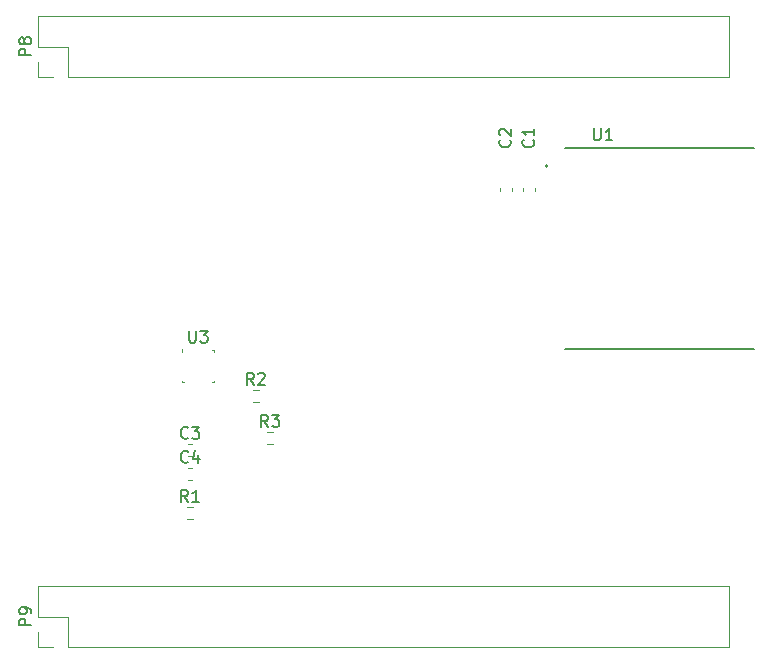
<source format=gbr>
%TF.GenerationSoftware,KiCad,Pcbnew,7.0.9*%
%TF.CreationDate,2024-02-14T18:03:18+01:00*%
%TF.ProjectId,BeaglebonePCBma_yC,42656167-6c65-4626-9f6e-655043426d61,rev?*%
%TF.SameCoordinates,Original*%
%TF.FileFunction,Legend,Top*%
%TF.FilePolarity,Positive*%
%FSLAX46Y46*%
G04 Gerber Fmt 4.6, Leading zero omitted, Abs format (unit mm)*
G04 Created by KiCad (PCBNEW 7.0.9) date 2024-02-14 18:03:18*
%MOMM*%
%LPD*%
G01*
G04 APERTURE LIST*
%ADD10C,0.150000*%
%ADD11C,0.120000*%
%ADD12C,0.127000*%
%ADD13C,0.200000*%
%ADD14C,0.100000*%
G04 APERTURE END LIST*
D10*
X117809819Y-49303094D02*
X116809819Y-49303094D01*
X116809819Y-49303094D02*
X116809819Y-48922142D01*
X116809819Y-48922142D02*
X116857438Y-48826904D01*
X116857438Y-48826904D02*
X116905057Y-48779285D01*
X116905057Y-48779285D02*
X117000295Y-48731666D01*
X117000295Y-48731666D02*
X117143152Y-48731666D01*
X117143152Y-48731666D02*
X117238390Y-48779285D01*
X117238390Y-48779285D02*
X117286009Y-48826904D01*
X117286009Y-48826904D02*
X117333628Y-48922142D01*
X117333628Y-48922142D02*
X117333628Y-49303094D01*
X117238390Y-48160237D02*
X117190771Y-48255475D01*
X117190771Y-48255475D02*
X117143152Y-48303094D01*
X117143152Y-48303094D02*
X117047914Y-48350713D01*
X117047914Y-48350713D02*
X117000295Y-48350713D01*
X117000295Y-48350713D02*
X116905057Y-48303094D01*
X116905057Y-48303094D02*
X116857438Y-48255475D01*
X116857438Y-48255475D02*
X116809819Y-48160237D01*
X116809819Y-48160237D02*
X116809819Y-47969761D01*
X116809819Y-47969761D02*
X116857438Y-47874523D01*
X116857438Y-47874523D02*
X116905057Y-47826904D01*
X116905057Y-47826904D02*
X117000295Y-47779285D01*
X117000295Y-47779285D02*
X117047914Y-47779285D01*
X117047914Y-47779285D02*
X117143152Y-47826904D01*
X117143152Y-47826904D02*
X117190771Y-47874523D01*
X117190771Y-47874523D02*
X117238390Y-47969761D01*
X117238390Y-47969761D02*
X117238390Y-48160237D01*
X117238390Y-48160237D02*
X117286009Y-48255475D01*
X117286009Y-48255475D02*
X117333628Y-48303094D01*
X117333628Y-48303094D02*
X117428866Y-48350713D01*
X117428866Y-48350713D02*
X117619342Y-48350713D01*
X117619342Y-48350713D02*
X117714580Y-48303094D01*
X117714580Y-48303094D02*
X117762200Y-48255475D01*
X117762200Y-48255475D02*
X117809819Y-48160237D01*
X117809819Y-48160237D02*
X117809819Y-47969761D01*
X117809819Y-47969761D02*
X117762200Y-47874523D01*
X117762200Y-47874523D02*
X117714580Y-47826904D01*
X117714580Y-47826904D02*
X117619342Y-47779285D01*
X117619342Y-47779285D02*
X117428866Y-47779285D01*
X117428866Y-47779285D02*
X117333628Y-47826904D01*
X117333628Y-47826904D02*
X117286009Y-47874523D01*
X117286009Y-47874523D02*
X117238390Y-47969761D01*
X117809819Y-97563094D02*
X116809819Y-97563094D01*
X116809819Y-97563094D02*
X116809819Y-97182142D01*
X116809819Y-97182142D02*
X116857438Y-97086904D01*
X116857438Y-97086904D02*
X116905057Y-97039285D01*
X116905057Y-97039285D02*
X117000295Y-96991666D01*
X117000295Y-96991666D02*
X117143152Y-96991666D01*
X117143152Y-96991666D02*
X117238390Y-97039285D01*
X117238390Y-97039285D02*
X117286009Y-97086904D01*
X117286009Y-97086904D02*
X117333628Y-97182142D01*
X117333628Y-97182142D02*
X117333628Y-97563094D01*
X117809819Y-96515475D02*
X117809819Y-96324999D01*
X117809819Y-96324999D02*
X117762200Y-96229761D01*
X117762200Y-96229761D02*
X117714580Y-96182142D01*
X117714580Y-96182142D02*
X117571723Y-96086904D01*
X117571723Y-96086904D02*
X117381247Y-96039285D01*
X117381247Y-96039285D02*
X117000295Y-96039285D01*
X117000295Y-96039285D02*
X116905057Y-96086904D01*
X116905057Y-96086904D02*
X116857438Y-96134523D01*
X116857438Y-96134523D02*
X116809819Y-96229761D01*
X116809819Y-96229761D02*
X116809819Y-96420237D01*
X116809819Y-96420237D02*
X116857438Y-96515475D01*
X116857438Y-96515475D02*
X116905057Y-96563094D01*
X116905057Y-96563094D02*
X117000295Y-96610713D01*
X117000295Y-96610713D02*
X117238390Y-96610713D01*
X117238390Y-96610713D02*
X117333628Y-96563094D01*
X117333628Y-96563094D02*
X117381247Y-96515475D01*
X117381247Y-96515475D02*
X117428866Y-96420237D01*
X117428866Y-96420237D02*
X117428866Y-96229761D01*
X117428866Y-96229761D02*
X117381247Y-96134523D01*
X117381247Y-96134523D02*
X117333628Y-96086904D01*
X117333628Y-96086904D02*
X117238390Y-96039285D01*
X160314580Y-56446666D02*
X160362200Y-56494285D01*
X160362200Y-56494285D02*
X160409819Y-56637142D01*
X160409819Y-56637142D02*
X160409819Y-56732380D01*
X160409819Y-56732380D02*
X160362200Y-56875237D01*
X160362200Y-56875237D02*
X160266961Y-56970475D01*
X160266961Y-56970475D02*
X160171723Y-57018094D01*
X160171723Y-57018094D02*
X159981247Y-57065713D01*
X159981247Y-57065713D02*
X159838390Y-57065713D01*
X159838390Y-57065713D02*
X159647914Y-57018094D01*
X159647914Y-57018094D02*
X159552676Y-56970475D01*
X159552676Y-56970475D02*
X159457438Y-56875237D01*
X159457438Y-56875237D02*
X159409819Y-56732380D01*
X159409819Y-56732380D02*
X159409819Y-56637142D01*
X159409819Y-56637142D02*
X159457438Y-56494285D01*
X159457438Y-56494285D02*
X159505057Y-56446666D01*
X160409819Y-55494285D02*
X160409819Y-56065713D01*
X160409819Y-55779999D02*
X159409819Y-55779999D01*
X159409819Y-55779999D02*
X159552676Y-55875237D01*
X159552676Y-55875237D02*
X159647914Y-55970475D01*
X159647914Y-55970475D02*
X159695533Y-56065713D01*
X137870333Y-80736819D02*
X137537000Y-80260628D01*
X137298905Y-80736819D02*
X137298905Y-79736819D01*
X137298905Y-79736819D02*
X137679857Y-79736819D01*
X137679857Y-79736819D02*
X137775095Y-79784438D01*
X137775095Y-79784438D02*
X137822714Y-79832057D01*
X137822714Y-79832057D02*
X137870333Y-79927295D01*
X137870333Y-79927295D02*
X137870333Y-80070152D01*
X137870333Y-80070152D02*
X137822714Y-80165390D01*
X137822714Y-80165390D02*
X137775095Y-80213009D01*
X137775095Y-80213009D02*
X137679857Y-80260628D01*
X137679857Y-80260628D02*
X137298905Y-80260628D01*
X138203667Y-79736819D02*
X138822714Y-79736819D01*
X138822714Y-79736819D02*
X138489381Y-80117771D01*
X138489381Y-80117771D02*
X138632238Y-80117771D01*
X138632238Y-80117771D02*
X138727476Y-80165390D01*
X138727476Y-80165390D02*
X138775095Y-80213009D01*
X138775095Y-80213009D02*
X138822714Y-80308247D01*
X138822714Y-80308247D02*
X138822714Y-80546342D01*
X138822714Y-80546342D02*
X138775095Y-80641580D01*
X138775095Y-80641580D02*
X138727476Y-80689200D01*
X138727476Y-80689200D02*
X138632238Y-80736819D01*
X138632238Y-80736819D02*
X138346524Y-80736819D01*
X138346524Y-80736819D02*
X138251286Y-80689200D01*
X138251286Y-80689200D02*
X138203667Y-80641580D01*
X131101333Y-83689580D02*
X131053714Y-83737200D01*
X131053714Y-83737200D02*
X130910857Y-83784819D01*
X130910857Y-83784819D02*
X130815619Y-83784819D01*
X130815619Y-83784819D02*
X130672762Y-83737200D01*
X130672762Y-83737200D02*
X130577524Y-83641961D01*
X130577524Y-83641961D02*
X130529905Y-83546723D01*
X130529905Y-83546723D02*
X130482286Y-83356247D01*
X130482286Y-83356247D02*
X130482286Y-83213390D01*
X130482286Y-83213390D02*
X130529905Y-83022914D01*
X130529905Y-83022914D02*
X130577524Y-82927676D01*
X130577524Y-82927676D02*
X130672762Y-82832438D01*
X130672762Y-82832438D02*
X130815619Y-82784819D01*
X130815619Y-82784819D02*
X130910857Y-82784819D01*
X130910857Y-82784819D02*
X131053714Y-82832438D01*
X131053714Y-82832438D02*
X131101333Y-82880057D01*
X131958476Y-83118152D02*
X131958476Y-83784819D01*
X131720381Y-82737200D02*
X131482286Y-83451485D01*
X131482286Y-83451485D02*
X132101333Y-83451485D01*
X131088333Y-81657580D02*
X131040714Y-81705200D01*
X131040714Y-81705200D02*
X130897857Y-81752819D01*
X130897857Y-81752819D02*
X130802619Y-81752819D01*
X130802619Y-81752819D02*
X130659762Y-81705200D01*
X130659762Y-81705200D02*
X130564524Y-81609961D01*
X130564524Y-81609961D02*
X130516905Y-81514723D01*
X130516905Y-81514723D02*
X130469286Y-81324247D01*
X130469286Y-81324247D02*
X130469286Y-81181390D01*
X130469286Y-81181390D02*
X130516905Y-80990914D01*
X130516905Y-80990914D02*
X130564524Y-80895676D01*
X130564524Y-80895676D02*
X130659762Y-80800438D01*
X130659762Y-80800438D02*
X130802619Y-80752819D01*
X130802619Y-80752819D02*
X130897857Y-80752819D01*
X130897857Y-80752819D02*
X131040714Y-80800438D01*
X131040714Y-80800438D02*
X131088333Y-80848057D01*
X131421667Y-80752819D02*
X132040714Y-80752819D01*
X132040714Y-80752819D02*
X131707381Y-81133771D01*
X131707381Y-81133771D02*
X131850238Y-81133771D01*
X131850238Y-81133771D02*
X131945476Y-81181390D01*
X131945476Y-81181390D02*
X131993095Y-81229009D01*
X131993095Y-81229009D02*
X132040714Y-81324247D01*
X132040714Y-81324247D02*
X132040714Y-81562342D01*
X132040714Y-81562342D02*
X131993095Y-81657580D01*
X131993095Y-81657580D02*
X131945476Y-81705200D01*
X131945476Y-81705200D02*
X131850238Y-81752819D01*
X131850238Y-81752819D02*
X131564524Y-81752819D01*
X131564524Y-81752819D02*
X131469286Y-81705200D01*
X131469286Y-81705200D02*
X131421667Y-81657580D01*
X165453095Y-55479819D02*
X165453095Y-56289342D01*
X165453095Y-56289342D02*
X165500714Y-56384580D01*
X165500714Y-56384580D02*
X165548333Y-56432200D01*
X165548333Y-56432200D02*
X165643571Y-56479819D01*
X165643571Y-56479819D02*
X165834047Y-56479819D01*
X165834047Y-56479819D02*
X165929285Y-56432200D01*
X165929285Y-56432200D02*
X165976904Y-56384580D01*
X165976904Y-56384580D02*
X166024523Y-56289342D01*
X166024523Y-56289342D02*
X166024523Y-55479819D01*
X167024523Y-56479819D02*
X166453095Y-56479819D01*
X166738809Y-56479819D02*
X166738809Y-55479819D01*
X166738809Y-55479819D02*
X166643571Y-55622676D01*
X166643571Y-55622676D02*
X166548333Y-55717914D01*
X166548333Y-55717914D02*
X166453095Y-55765533D01*
X136663333Y-77180819D02*
X136330000Y-76704628D01*
X136091905Y-77180819D02*
X136091905Y-76180819D01*
X136091905Y-76180819D02*
X136472857Y-76180819D01*
X136472857Y-76180819D02*
X136568095Y-76228438D01*
X136568095Y-76228438D02*
X136615714Y-76276057D01*
X136615714Y-76276057D02*
X136663333Y-76371295D01*
X136663333Y-76371295D02*
X136663333Y-76514152D01*
X136663333Y-76514152D02*
X136615714Y-76609390D01*
X136615714Y-76609390D02*
X136568095Y-76657009D01*
X136568095Y-76657009D02*
X136472857Y-76704628D01*
X136472857Y-76704628D02*
X136091905Y-76704628D01*
X137044286Y-76276057D02*
X137091905Y-76228438D01*
X137091905Y-76228438D02*
X137187143Y-76180819D01*
X137187143Y-76180819D02*
X137425238Y-76180819D01*
X137425238Y-76180819D02*
X137520476Y-76228438D01*
X137520476Y-76228438D02*
X137568095Y-76276057D01*
X137568095Y-76276057D02*
X137615714Y-76371295D01*
X137615714Y-76371295D02*
X137615714Y-76466533D01*
X137615714Y-76466533D02*
X137568095Y-76609390D01*
X137568095Y-76609390D02*
X136996667Y-77180819D01*
X136996667Y-77180819D02*
X137615714Y-77180819D01*
X131186095Y-72614819D02*
X131186095Y-73424342D01*
X131186095Y-73424342D02*
X131233714Y-73519580D01*
X131233714Y-73519580D02*
X131281333Y-73567200D01*
X131281333Y-73567200D02*
X131376571Y-73614819D01*
X131376571Y-73614819D02*
X131567047Y-73614819D01*
X131567047Y-73614819D02*
X131662285Y-73567200D01*
X131662285Y-73567200D02*
X131709904Y-73519580D01*
X131709904Y-73519580D02*
X131757523Y-73424342D01*
X131757523Y-73424342D02*
X131757523Y-72614819D01*
X132138476Y-72614819D02*
X132757523Y-72614819D01*
X132757523Y-72614819D02*
X132424190Y-72995771D01*
X132424190Y-72995771D02*
X132567047Y-72995771D01*
X132567047Y-72995771D02*
X132662285Y-73043390D01*
X132662285Y-73043390D02*
X132709904Y-73091009D01*
X132709904Y-73091009D02*
X132757523Y-73186247D01*
X132757523Y-73186247D02*
X132757523Y-73424342D01*
X132757523Y-73424342D02*
X132709904Y-73519580D01*
X132709904Y-73519580D02*
X132662285Y-73567200D01*
X132662285Y-73567200D02*
X132567047Y-73614819D01*
X132567047Y-73614819D02*
X132281333Y-73614819D01*
X132281333Y-73614819D02*
X132186095Y-73567200D01*
X132186095Y-73567200D02*
X132138476Y-73519580D01*
X158344580Y-56446666D02*
X158392200Y-56494285D01*
X158392200Y-56494285D02*
X158439819Y-56637142D01*
X158439819Y-56637142D02*
X158439819Y-56732380D01*
X158439819Y-56732380D02*
X158392200Y-56875237D01*
X158392200Y-56875237D02*
X158296961Y-56970475D01*
X158296961Y-56970475D02*
X158201723Y-57018094D01*
X158201723Y-57018094D02*
X158011247Y-57065713D01*
X158011247Y-57065713D02*
X157868390Y-57065713D01*
X157868390Y-57065713D02*
X157677914Y-57018094D01*
X157677914Y-57018094D02*
X157582676Y-56970475D01*
X157582676Y-56970475D02*
X157487438Y-56875237D01*
X157487438Y-56875237D02*
X157439819Y-56732380D01*
X157439819Y-56732380D02*
X157439819Y-56637142D01*
X157439819Y-56637142D02*
X157487438Y-56494285D01*
X157487438Y-56494285D02*
X157535057Y-56446666D01*
X157535057Y-56065713D02*
X157487438Y-56018094D01*
X157487438Y-56018094D02*
X157439819Y-55922856D01*
X157439819Y-55922856D02*
X157439819Y-55684761D01*
X157439819Y-55684761D02*
X157487438Y-55589523D01*
X157487438Y-55589523D02*
X157535057Y-55541904D01*
X157535057Y-55541904D02*
X157630295Y-55494285D01*
X157630295Y-55494285D02*
X157725533Y-55494285D01*
X157725533Y-55494285D02*
X157868390Y-55541904D01*
X157868390Y-55541904D02*
X158439819Y-56113332D01*
X158439819Y-56113332D02*
X158439819Y-55494285D01*
X131075333Y-87086819D02*
X130742000Y-86610628D01*
X130503905Y-87086819D02*
X130503905Y-86086819D01*
X130503905Y-86086819D02*
X130884857Y-86086819D01*
X130884857Y-86086819D02*
X130980095Y-86134438D01*
X130980095Y-86134438D02*
X131027714Y-86182057D01*
X131027714Y-86182057D02*
X131075333Y-86277295D01*
X131075333Y-86277295D02*
X131075333Y-86420152D01*
X131075333Y-86420152D02*
X131027714Y-86515390D01*
X131027714Y-86515390D02*
X130980095Y-86563009D01*
X130980095Y-86563009D02*
X130884857Y-86610628D01*
X130884857Y-86610628D02*
X130503905Y-86610628D01*
X132027714Y-87086819D02*
X131456286Y-87086819D01*
X131742000Y-87086819D02*
X131742000Y-86086819D01*
X131742000Y-86086819D02*
X131646762Y-86229676D01*
X131646762Y-86229676D02*
X131551524Y-86324914D01*
X131551524Y-86324914D02*
X131456286Y-86372533D01*
D11*
%TO.C,P8*%
X118355000Y-51165000D02*
X118355000Y-49835000D01*
X119685000Y-51165000D02*
X118355000Y-51165000D01*
X120955000Y-51165000D02*
X176895000Y-51165000D01*
X120955000Y-51165000D02*
X120955000Y-48565000D01*
X176895000Y-51165000D02*
X176895000Y-45965000D01*
X118355000Y-48565000D02*
X118355000Y-45965000D01*
X120955000Y-48565000D02*
X118355000Y-48565000D01*
X118355000Y-45965000D02*
X176895000Y-45965000D01*
%TO.C,P9*%
X118355000Y-99425000D02*
X118355000Y-98095000D01*
X119685000Y-99425000D02*
X118355000Y-99425000D01*
X120955000Y-99425000D02*
X176895000Y-99425000D01*
X120955000Y-99425000D02*
X120955000Y-96825000D01*
X176895000Y-99425000D02*
X176895000Y-94225000D01*
X118355000Y-96825000D02*
X118355000Y-94225000D01*
X120955000Y-96825000D02*
X118355000Y-96825000D01*
X118355000Y-94225000D02*
X176895000Y-94225000D01*
%TO.C,C1*%
X159490000Y-60770580D02*
X159490000Y-60489420D01*
X160510000Y-60770580D02*
X160510000Y-60489420D01*
%TO.C,R3*%
X137799742Y-81189500D02*
X138274258Y-81189500D01*
X137799742Y-82234500D02*
X138274258Y-82234500D01*
%TO.C,C4*%
X131127420Y-84250000D02*
X131408580Y-84250000D01*
X131127420Y-85270000D02*
X131408580Y-85270000D01*
%TO.C,C3*%
X131114420Y-82218000D02*
X131395580Y-82218000D01*
X131114420Y-83238000D02*
X131395580Y-83238000D01*
D12*
%TO.C,U1*%
X163040000Y-57160000D02*
X179040000Y-57160000D01*
X163040000Y-74160000D02*
X179040000Y-74160000D01*
D13*
X161564000Y-58660000D02*
G75*
G03*
X161564000Y-58660000I-100000J0D01*
G01*
D11*
%TO.C,R2*%
X136592742Y-77633500D02*
X137067258Y-77633500D01*
X136592742Y-78678500D02*
X137067258Y-78678500D01*
D14*
%TO.C,U3*%
X130583000Y-74425000D02*
X130583000Y-74175000D01*
X130583000Y-76975000D02*
X130583000Y-76825000D01*
X130583000Y-76985000D02*
X130733000Y-76985000D01*
X133133000Y-74275000D02*
X133283000Y-74275000D01*
X133283000Y-74275000D02*
X133283000Y-74425000D01*
X133283000Y-76975000D02*
X133133000Y-76975000D01*
X133283000Y-76975000D02*
X133283000Y-76825000D01*
D11*
%TO.C,C2*%
X157490000Y-60770580D02*
X157490000Y-60489420D01*
X158510000Y-60770580D02*
X158510000Y-60489420D01*
%TO.C,R1*%
X131004742Y-87539500D02*
X131479258Y-87539500D01*
X131004742Y-88584500D02*
X131479258Y-88584500D01*
%TD*%
M02*

</source>
